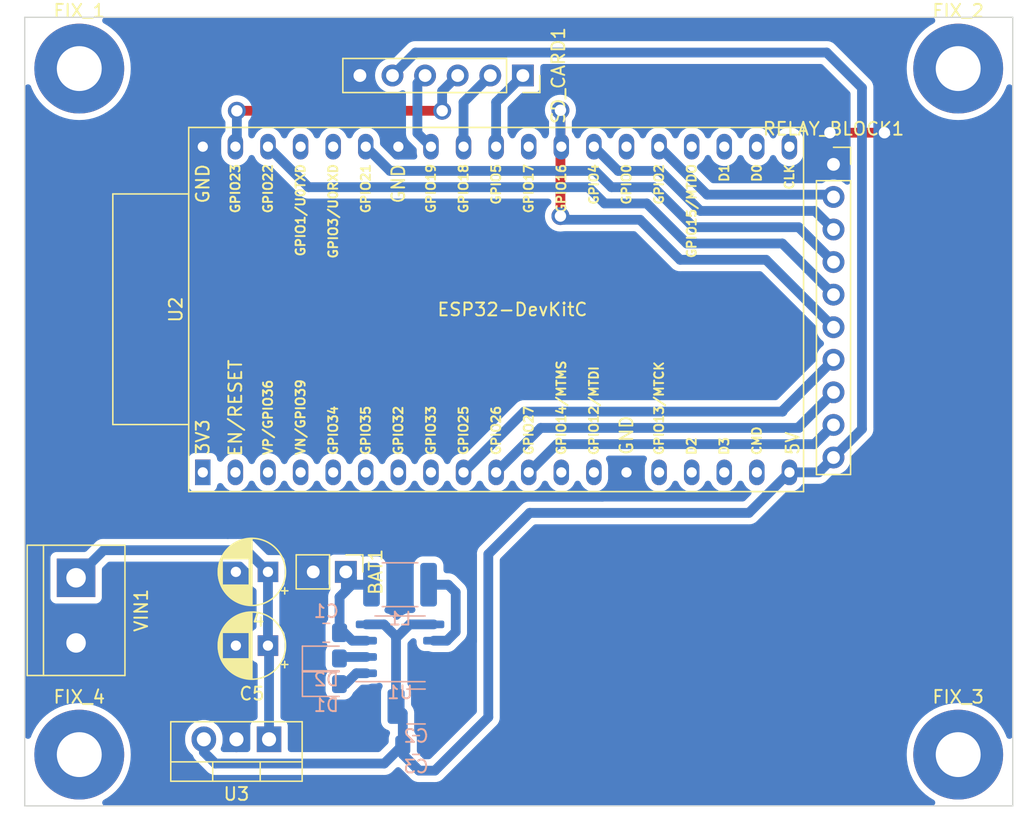
<source format=kicad_pcb>
(kicad_pcb (version 20221018) (generator pcbnew)
  (layers (0 "F.Cu" signal) (31 "B.Cu" signal) (34 "B.Paste" user) (35 "F.Paste" user) (36 "B.SilkS" user "B.Silkscreen") (37 "F.SilkS" user "F.Silkscreen") (38 "B.Mask" user) (39 "F.Mask" user) (44 "Edge.Cuts" user))
  (net 0 "")
  (net 1 "/supply/BAT+")
  (net 2 "GND")
  (net 3 "/esp32/+5")
  (net 4 "/supply/Vin")
  (net 5 "Net-(D1-A)")
  (net 6 "Net-(D2-A)")
  (net 7 "Net-(U1-LX)")
  (net 8 "/esp32/R1")
  (net 9 "/esp32/R2")
  (net 10 "/esp32/R3")
  (net 11 "/esp32/R4")
  (net 12 "/esp32/R5")
  (net 13 "/esp32/R6")
  (net 14 "/esp32/R7")
  (net 15 "/esp32/R8")
  (net 16 "/esp32/SS")
  (net 17 "/esp32/SCK")
  (net 18 "/esp32/MOSI")
  (net 19 "/esp32/MISO")
  (footprint "MountingHole:MountingHole_3.5mm_Pad" (layer "F.Cu") (at 165 142.5)
    (fp_text reference "FIX_3" (at 0 -4.5) (layer "F.SilkS"))
    (fp_text value "MountingHole")
    (pad "1" thru_hole circle (at 0 0) (size 7 7) (drill 3.5) (layers "*.Cu" "*.Mask"))
  )
  (footprint "TerminalBlock:TerminalBlock_bornier-2_P5.08mm" (layer "F.Cu") (at 96.25 128.71 -90)
    (fp_text reference "VIN1" (at 2.54 -5.08 90) (layer "F.SilkS"))
    (fp_text value "Conn_01x02")
    (pad "1" thru_hole rect (at 0 0 270) (size 3 3) (drill 1.52) (layers "*.Cu" "*.Mask") (net 4 "/supply/Vin"))
    (pad "2" thru_hole circle (at 5.08 0 270) (size 3 3) (drill 1.52) (layers "*.Cu" "*.Mask") (net 2 "GND"))
  )
  (footprint "PI:ESP32-DevKitC" (layer "F.Cu") (at 106.12828 120.49 90)
    (fp_text reference "U2" (at 12.7 -2.1 90) (layer "F.SilkS"))
    (fp_text value "ESP32-DevKitC" (at 12.7 24.13) (layer "F.SilkS"))
    (fp_text user "GPIO3/U0RXD" (at 24.13 10.16 90 unlocked) (layer "F.SilkS") (effects (font (size 0.7 0.7)) (justify right)))
    (fp_text user "GPIO27" (at 1.27 25.4 90 unlocked) (layer "F.SilkS") (effects (font (size 0.7 0.7)) (justify left)))
    (fp_text user "GND" (at 24.13 15.24 90 unlocked) (layer "F.SilkS") (effects (justify right)))
    (fp_text user "CLK" (at 24.13 45.72 90 unlocked) (layer "F.SilkS") (effects (font (size 0.7 0.7)) (justify right)))
    (fp_text user "D1" (at 24.13 40.64 90 unlocked) (layer "F.SilkS") (effects (font (size 0.7 0.7)) (justify right)))
    (fp_text user "GPIO1/U0TXD" (at 24.13 7.62 90 unlocked) (layer "F.SilkS") (effects (font (size 0.7 0.7)) (justify right)))
    (fp_text user "GPIO12/MTDI" (at 1.27 30.48 90 unlocked) (layer "F.SilkS") (effects (font (size 0.7 0.7)) (justify left)))
    (fp_text user "GPIO22" (at 24.13 5.08 90 unlocked) (layer "F.SilkS") (effects (font (size 0.7 0.7)) (justify right)))
    (fp_text user "GND" (at 1.27 33.02 90 unlocked) (layer "F.SilkS") (effects (justify left)))
    (fp_text user "GPIO21" (at 24.13 12.7 90 unlocked) (layer "F.SilkS") (effects (font (size 0.7 0.7)) (justify right)))
    (fp_text user "GPIO13/MTCK" (at 1.27 35.56 90 unlocked) (layer "F.SilkS") (effects (font (size 0.7 0.7)) (justify left)))
    (fp_text user "3V3" (at 1.27 0 90 unlocked) (layer "F.SilkS") (effects (justify left)))
    (fp_text user "GPIO0" (at 24.13 33.02 90 unlocked) (layer "F.SilkS") (effects (font (size 0.7 0.7)) (justify right)))
    (fp_text user "GPIO32" (at 1.27 15.24 90 unlocked) (layer "F.SilkS") (effects (font (size 0.7 0.7)) (justify left)))
    (fp_text user "GPIO17" (at 24.13 25.4 90 unlocked) (layer "F.SilkS") (effects (font (size 0.7 0.7)) (justify right)))
    (fp_text user "GPIO23" (at 24.13 2.54 90 unlocked) (layer "F.SilkS") (effects (font (size 0.7 0.7)) (justify right)))
    (fp_text user "GPIO35" (at 1.27 12.7 90 unlocked) (layer "F.SilkS") (effects (font (size 0.7 0.7)) (justify left)))
    (fp_text user "D3" (at 1.27 40.64 90 unlocked) (layer "F.SilkS") (effects (font (size 0.7 0.7)) (justify left)))
    (fp_text user "EN/RESET" (at 8.88632 2.53728 90 unlocked) (layer "F.SilkS") (effects (justify right)))
    (fp_text user "GPIO19" (at 24.13 17.78 90 unlocked) (layer "F.SilkS") (effects (font (size 0.7 0.7)) (justify right)))
    (fp_text user "GPIO33" (at 1.27 17.78 90 unlocked) (layer "F.SilkS") (effects (font (size 0.7 0.7)) (justify left)))
    (fp_text user "VP/GPIO36" (at 1.27 5.08 90 unlocked) (layer "F.SilkS") (effects (font (size 0.7 0.7)) (justify left)))
    (fp_text user "GND" (at 24.13 0 90 unlocked) (layer "F.SilkS") (effects (justify right)))
    (fp_text user "GPIO18" (at 24.13 20.32 90 unlocked) (layer "F.SilkS") (effects (font (size 0.7 0.7)) (justify right)))
    (fp_text user "GPIO2" (at 24.13 35.56 90 unlocked) (layer "F.SilkS") (effects (font (size 0.7 0.7)) (justify right)))
    (fp_text user "CMD" (at 1.27 43.18 90 unlocked) (layer "F.SilkS") (effects (font (size 0.7 0.7)) (justify left)))
    (fp_text user "GPIO5" (at 24.13 22.86 90 unlocked) (layer "F.SilkS") (effects (font (size 0.7 0.7)) (justify right)))
    (fp_text user "GPIO4" (at 24.13 30.48 90 unlocked) (layer "F.SilkS") (effects (font (size 0.7 0.7)) (justify right)))
    (fp_text user "5V" (at 1.26632 45.97128 90 unlocked) (layer "F.SilkS") (effects (justify left)))
    (fp_text user "D0" (at 24.13 43.18 90 unlocked) (layer "F.SilkS") (effects (font (size 0.7 0.7)) (justify right)))
    (fp_text user "GPIO25" (at 1.27 20.32 90 unlocked) (layer "F.SilkS") (effects (font (size 0.7 0.7)) (justify left)))
    (fp_text user "GPIO34" (at 1.27 10.16 90 unlocked) (layer "F.SilkS") (effects (font (size 0.7 0.7)) (justify left)))
    (fp_text user "D2" (at 1.27 38.1 90 unlocked) (layer "F.SilkS") (effects (font (size 0.7 0.7)) (justify left)))
    (fp_text user "VN/GPIO39" (at 1.27 7.62 90 unlocked) (layer "F.SilkS") (effects (font (size 0.7 0.7)) (justify left)))
    (fp_text user "GPIO14/MTMS" (at 1.27 27.94 90 unlocked) (layer "F.SilkS") (effects (font (size 0.7 0.7)) (justify left)))
    (fp_text user "GPIO15/MTDO" (at 24.13 38.1 90 unlocked) (layer "F.SilkS") (effects (font (size 0.7 0.7)) (justify right)))
    (fp_text user "GPIO16" (at 24.13 27.94 90 unlocked) (layer "F.SilkS") (effects (font (size 0.7 0.7)) (justify right)))
    (fp_text user "GPIO26" (at 1.27 22.86 90 unlocked) (layer "F.SilkS") (effects (font (size 0.7 0.7)) (justify left)))
    (pad "1" thru_hole rect (at 0 0) (size 1.2 2) (drill 0.8) (layers "*.Cu" "*.Mask"))
    (pad "2" thru_hole oval (at 0 2.54) (size 1.2 2) (drill 0.8) (layers "*.Cu" "*.Mask"))
    (pad "3" thru_hole oval (at 0 5.08) (size 1.2 2) (drill 0.8) (layers "*.Cu" "*.Mask"))
    (pad "4" thru_hole oval (at 0 7.62) (size 1.2 2) (drill 0.8) (layers "*.Cu" "*.Mask"))
    (pad "5" thru_hole oval (at 0 10.16) (size 1.2 2) (drill 0.8) (layers "*.Cu" "*.Mask"))
    (pad "6" thru_hole oval (at 0 12.7) (size 1.2 2) (drill 0.8) (layers "*.Cu" "*.Mask"))
    (pad "7" thru_hole oval (at 0 15.24) (size 1.2 2) (drill 0.8) (layers "*.Cu" "*.Mask"))
    (pad "8" thru_hole oval (at 0 17.78) (size 1.2 2) (drill 0.8) (layers "*.Cu" "*.Mask"))
    (pad "9" thru_hole oval (at 0 20.32) (size 1.2 2) (drill 0.8) (layers "*.Cu" "*.Mask") (net 13 "/esp32/R6"))
    (pad "10" thru_hole oval (at 0 22.86) (size 1.2 2) (drill 0.8) (layers "*.Cu" "*.Mask") (net 14 "/esp32/R7"))
    (pad "11" thru_hole oval (at 0 25.4) (size 1.2 2) (drill 0.8) (layers "*.Cu" "*.Mask") (net 15 "/esp32/R8"))
    (pad "12" thru_hole oval (at 0 27.94) (size 1.2 2) (drill 0.8) (layers "*.Cu" "*.Mask"))
    (pad "13" thru_hole oval (at 0 30.48) (size 1.2 2) (drill 0.8) (layers "*.Cu" "*.Mask"))
    (pad "14" thru_hole oval (at 0 33.02) (size 1.2 2) (drill 0.8) (layers "*.Cu" "*.Mask") (net 2 "GND"))
    (pad "15" thru_hole oval (at 0 35.56) (size 1.2 2) (drill 0.8) (layers "*.Cu" "*.Mask"))
    (pad "16" thru_hole oval (at 0 38.1) (size 1.2 2) (drill 0.8) (layers "*.Cu" "*.Mask"))
    (pad "17" thru_hole oval (at 0 40.64) (size 1.2 2) (drill 0.8) (layers "*.Cu" "*.Mask"))
    (pad "18" thru_hole oval (at 0 43.18) (size 1.2 2) (drill 0.8) (layers "*.Cu" "*.Mask"))
    (pad "19" thru_hole oval (at 0 45.72) (size 1.2 2) (drill 0.8) (layers "*.Cu" "*.Mask") (net 3 "/esp32/+5"))
    (pad "20" thru_hole oval (at 25.39632 45.71728) (size 1.2 2) (drill 0.8) (layers "*.Cu" "*.Mask"))
    (pad "21" thru_hole oval (at 25.39632 43.17728) (size 1.2 2) (drill 0.8) (layers "*.Cu" "*.Mask"))
    (pad "22" thru_hole oval (at 25.4 40.64) (size 1.2 2) (drill 0.8) (layers "*.Cu" "*.Mask"))
    (pad "23" thru_hole oval (at 25.4 38.1) (size 1.2 2) (drill 0.8) (layers "*.Cu" "*.Mask"))
    (pad "24" thru_hole oval (at 25.4 35.56) (size 1.2 2) (drill 0.8) (layers "*.Cu" "*.Mask") (net 8 "/esp32/R1"))
    (pad "25" thru_hole oval (at 25.4 33.02) (size 1.2 2) (drill 0.8) (layers "*.Cu" "*.Mask"))
    (pad "26" thru_hole oval (at 25.4 30.48) (size 1.2 2) (drill 0.8) (layers "*.Cu" "*.Mask") (net 9 "/esp32/R2"))
    (pad "27" thru_hole oval (at 25.4 27.94) (size 1.2 2) (drill 0.8) (layers "*.Cu" "*.Mask") (net 12 "/esp32/R5"))
    (pad "28" thru_hole oval (at 25.4 25.4) (size 1.2 2) (drill 0.8) (layers "*.Cu" "*.Mask"))
    (pad "29" thru_hole oval (at 25.4 22.86) (size 1.2 2) (drill 0.8) (layers "*.Cu" "*.Mask") (net 16 "/esp32/SS"))
    (pad "30" thru_hole oval (at 25.4 20.32) (size 1.2 2) (drill 0.8) (layers "*.Cu" "*.Mask") (net 17 "/esp32/SCK"))
    (pad "31" thru_hole oval (at 25.4 17.78) (size 1.2 2) (drill 0.8) (layers "*.Cu" "*.Mask") (net 19 "/esp32/MISO"))
    (pad "32" thru_hole oval (at 25.4 15.24) (size 1.2 2) (drill 0.8) (layers "*.Cu" "*.Mask") (net 2 "GND"))
    (pad "33" thru_hole oval (at 25.4 12.7) (size 1.2 2) (drill 0.8) (layers "*.Cu" "*.Mask") (net 10 "/esp32/R3"))
    (pad "34" thru_hole oval (at 25.4 10.16) (size 1.2 2) (drill 0.8) (layers "*.Cu" "*.Mask"))
    (pad "35" thru_hole oval (at 25.4 7.62) (size 1.2 2) (drill 0.8) (layers "*.Cu" "*.Mask"))
    (pad "36" thru_hole oval (at 25.4 5.08) (size 1.2 2) (drill 0.8) (layers "*.Cu" "*.Mask") (net 11 "/esp32/R4"))
    (pad "37" thru_hole oval (at 25.4 2.54) (size 1.2 2) (drill 0.8) (layers "*.Cu" "*.Mask") (net 18 "/esp32/MOSI"))
    (pad "38" thru_hole oval (at 25.4 0) (size 1.2 2) (drill 0.8) (layers "*.Cu" "*.Mask") (net 2 "GND"))
  )
  (footprint "Connector_PinHeader_2.54mm:PinHeader_1x02_P2.54mm_Vertical" (layer "F.Cu") (at 117.275 128.25 -90)
    (fp_text reference "BAT1" (at 0 -2.33 90) (layer "F.SilkS"))
    (fp_text value "Conn_01x02")
    (pad "1" thru_hole rect (at 0 0 270) (size 1.7 1.7) (drill 1) (layers "*.Cu" "*.Mask") (net 1 "/supply/BAT+"))
    (pad "2" thru_hole oval (at 0 2.54 270) (size 1.7 1.7) (drill 1) (layers "*.Cu" "*.Mask") (net 2 "GND"))
  )
  (footprint "Capacitor_THT:CP_Radial_D5.0mm_P2.50mm" (layer "F.Cu") (at 111.205113 134 180)
    (fp_text reference "C5" (at 1.25 -3.75) (layer "F.SilkS"))
    (fp_text value "1u")
    (pad "1" thru_hole rect (at 0 0 180) (size 1.6 1.6) (drill 0.8) (layers "*.Cu" "*.Mask") (net 4 "/supply/Vin"))
    (pad "2" thru_hole circle (at 2.5 0 180) (size 1.6 1.6) (drill 0.8) (layers "*.Cu" "*.Mask") (net 2 "GND"))
  )
  (footprint "Capacitor_THT:CP_Radial_D5.0mm_P2.50mm" (layer "F.Cu") (at 111.205113 128.25 180)
    (fp_text reference "C4" (at 1.25 -3.75) (layer "F.SilkS"))
    (fp_text value "10u")
    (pad "1" thru_hole rect (at 0 0 180) (size 1.6 1.6) (drill 0.8) (layers "*.Cu" "*.Mask") (net 4 "/supply/Vin"))
    (pad "2" thru_hole circle (at 2.5 0 180) (size 1.6 1.6) (drill 0.8) (layers "*.Cu" "*.Mask") (net 2 "GND"))
  )
  (footprint "MountingHole:MountingHole_3.5mm_Pad" (layer "F.Cu") (at 96.5 89)
    (fp_text reference "FIX_1" (at 0 -4.5) (layer "F.SilkS"))
    (fp_text value "MountingHole")
    (pad "1" thru_hole circle (at 0 0) (size 7 7) (drill 3.5) (layers "*.Cu" "*.Mask"))
  )
  (footprint "MountingHole:MountingHole_3.5mm_Pad" (layer "F.Cu") (at 96.5 142.5)
    (fp_text reference "FIX_4" (at 0 -4.5) (layer "F.SilkS"))
    (fp_text value "MountingHole")
    (pad "1" thru_hole circle (at 0 0) (size 7 7) (drill 3.5) (layers "*.Cu" "*.Mask"))
  )
  (footprint "MountingHole:MountingHole_3.5mm_Pad" (layer "F.Cu") (at 165 89)
    (fp_text reference "FIX_2" (at 0 -4.5) (layer "F.SilkS"))
    (fp_text value "MountingHole")
    (pad "1" thru_hole circle (at 0 0) (size 7 7) (drill 3.5) (layers "*.Cu" "*.Mask"))
  )
  (footprint "Connector_PinSocket_2.54mm:PinSocket_1x10_P2.54mm_Vertical" (layer "F.Cu") (at 155.28172 96.47)
    (fp_text reference "RELAY_BLOCK1" (at 0 -2.77) (layer "F.SilkS"))
    (fp_text value "Conn_01x10")
    (pad "1" thru_hole rect (at 0 0) (size 1.7 1.7) (drill 1) (layers "*.Cu" "*.Mask") (net 2 "GND"))
    (pad "2" thru_hole oval (at 0 2.54) (size 1.7 1.7) (drill 1) (layers "*.Cu" "*.Mask") (net 8 "/esp32/R1"))
    (pad "3" thru_hole oval (at 0 5.08) (size 1.7 1.7) (drill 1) (layers "*.Cu" "*.Mask") (net 9 "/esp32/R2"))
    (pad "4" thru_hole oval (at 0 7.62) (size 1.7 1.7) (drill 1) (layers "*.Cu" "*.Mask") (net 10 "/esp32/R3"))
    (pad "5" thru_hole oval (at 0 10.16) (size 1.7 1.7) (drill 1) (layers "*.Cu" "*.Mask") (net 11 "/esp32/R4"))
    (pad "6" thru_hole oval (at 0 12.7) (size 1.7 1.7) (drill 1) (layers "*.Cu" "*.Mask") (net 12 "/esp32/R5"))
    (pad "7" thru_hole oval (at 0 15.24) (size 1.7 1.7) (drill 1) (layers "*.Cu" "*.Mask") (net 13 "/esp32/R6"))
    (pad "8" thru_hole oval (at 0 17.78) (size 1.7 1.7) (drill 1) (layers "*.Cu" "*.Mask") (net 14 "/esp32/R7"))
    (pad "9" thru_hole oval (at 0 20.32) (size 1.7 1.7) (drill 1) (layers "*.Cu" "*.Mask") (net 15 "/esp32/R8"))
    (pad "10" thru_hole oval (at 0 22.86) (size 1.7 1.7) (drill 1) (layers "*.Cu" "*.Mask") (net 3 "/esp32/+5"))
  )
  (footprint "Package_TO_SOT_THT:TO-220-3_Vertical" (layer "F.Cu") (at 111.29 141.305 180)
    (fp_text reference "U3" (at 2.54 -4.27) (layer "F.SilkS"))
    (fp_text value "L7805")
    (pad "1" thru_hole rect (at 0 0 180) (size 1.905 2) (drill 1.1) (layers "*.Cu" "*.Mask") (net 4 "/supply/Vin"))
    (pad "2" thru_hole oval (at 2.54 0 180) (size 1.905 2) (drill 1.1) (layers "*.Cu" "*.Mask") (net 2 "GND"))
    (pad "3" thru_hole oval (at 5.08 0 180) (size 1.905 2) (drill 1.1) (layers "*.Cu" "*.Mask") (net 3 "/esp32/+5"))
  )
  (footprint "Connector_PinSocket_2.54mm:PinSocket_1x06_P2.54mm_Vertical" (layer "F.Cu") (at 131.07172 89.54 -90)
    (fp_text reference "SD_CARD1" (at 0 -2.77 90) (layer "F.SilkS"))
    (fp_text value "Conn_01x06")
    (pad "1" thru_hole rect (at 0 0 270) (size 1.7 1.7) (drill 1) (layers "*.Cu" "*.Mask") (net 16 "/esp32/SS"))
    (pad "2" thru_hole oval (at 0 2.54 270) (size 1.7 1.7) (drill 1) (layers "*.Cu" "*.Mask") (net 17 "/esp32/SCK"))
    (pad "3" thru_hole oval (at 0 5.08 270) (size 1.7 1.7) (drill 1) (layers "*.Cu" "*.Mask") (net 18 "/esp32/MOSI"))
    (pad "4" thru_hole oval (at 0 7.62 270) (size 1.7 1.7) (drill 1) (layers "*.Cu" "*.Mask") (net 19 "/esp32/MISO"))
    (pad "5" thru_hole oval (at 0 10.16 270) (size 1.7 1.7) (drill 1) (layers "*.Cu" "*.Mask") (net 3 "/esp32/+5"))
    (pad "6" thru_hole oval (at 0 12.7 270) (size 1.7 1.7) (drill 1) (layers "*.Cu" "*.Mask") (net 2 "GND"))
  )
  (footprint "Diode_SMD:D_0805_2012Metric_Pad1.15x1.40mm_HandSolder" (layer "B.Cu") (at 115.75 135)
    (fp_text reference "D2" (at 0 1.65) (layer "B.SilkS") (effects (justify mirror)))
    (fp_text value "LED_Small")
    (pad "1" smd roundrect (at -1.025 0) (size 1.15 1.4) (layers "B.Cu" "B.Paste" "B.Mask") (roundrect_rratio 0.217391) (net 2 "GND"))
    (pad "2" smd roundrect (at 1.025 0) (size 1.15 1.4) (layers "B.Cu" "B.Paste" "B.Mask") (roundrect_rratio 0.217391) (net 6 "Net-(D2-A)"))
  )
  (footprint "Inductor_SMD:L_1812_4532Metric_Pad1.30x3.40mm_HandSolder" (layer "B.Cu") (at 121.5 129.25)
    (fp_text reference "L1" (at 0 2.65) (layer "B.SilkS") (effects (justify mirror)))
    (fp_text value "L_Small")
    (pad "1" smd roundrect (at -2.225 0) (size 1.3 3.4) (layers "B.Cu" "B.Paste" "B.Mask") (roundrect_rratio 0.192308) (net 1 "/supply/BAT+"))
    (pad "2" smd roundrect (at 2.225 0) (size 1.3 3.4) (layers "B.Cu" "B.Paste" "B.Mask") (roundrect_rratio 0.192308) (net 7 "Net-(U1-LX)"))
  )
  (footprint "Package_SO:SOP-8_3.9x4.9mm_P1.27mm" (layer "B.Cu") (at 121.5 134.25)
    (fp_text reference "U1" (at 0 3.4) (layer "B.SilkS") (effects (justify mirror)))
    (fp_text value "HT4928S")
    (pad "1" smd roundrect (at -2.625 1.905) (size 1.65 0.6) (layers "B.Cu" "B.Paste" "B.Mask") (net 5 "Net-(D1-A)"))
    (pad "2" smd roundrect (at -2.625 0.635) (size 1.65 0.6) (layers "B.Cu" "B.Paste" "B.Mask") (net 6 "Net-(D2-A)"))
    (pad "3" smd roundrect (at -2.625 -0.635) (size 1.65 0.6) (layers "B.Cu" "B.Paste" "B.Mask") (net 1 "/supply/BAT+"))
    (pad "4" smd roundrect (at -2.625 -1.905) (size 1.65 0.6) (layers "B.Cu" "B.Paste" "B.Mask") (net 3 "/esp32/+5"))
    (pad "5" smd roundrect (at 2.625 -1.905) (size 1.65 0.6) (layers "B.Cu" "B.Paste" "B.Mask") (net 3 "/esp32/+5"))
    (pad "6" smd roundrect (at 2.625 -0.635) (size 1.65 0.6) (layers "B.Cu" "B.Paste" "B.Mask") (net 7 "Net-(U1-LX)"))
    (pad "7" smd roundrect (at 2.625 0.635) (size 1.65 0.6) (layers "B.Cu" "B.Paste" "B.Mask") (net 2 "GND"))
    (pad "8" smd roundrect (at 2.625 1.905) (size 1.65 0.6) (layers "B.Cu" "B.Paste" "B.Mask") (net 2 "GND"))
  )
  (footprint "Capacitor_SMD:C_0805_2012Metric_Pad1.18x1.45mm_HandSolder" (layer "B.Cu") (at 115.75 133 180)
    (fp_text reference "C1" (at 0 1.68) (layer "B.SilkS") (effects (justify mirror)))
    (fp_text value "10u")
    (pad "1" smd roundrect (at -1.0375 0 180) (size 1.175 1.45) (layers "B.Cu" "B.Paste" "B.Mask") (roundrect_rratio 0.212766) (net 1 "/supply/BAT+"))
    (pad "2" smd roundrect (at 1.0375 0 180) (size 1.175 1.45) (layers "B.Cu" "B.Paste" "B.Mask") (roundrect_rratio 0.212766) (net 2 "GND"))
  )
  (footprint "Capacitor_SMD:C_0805_2012Metric_Pad1.18x1.45mm_HandSolder" (layer "B.Cu") (at 122.75 141.75)
    (fp_text reference "C3" (at 0 1.68) (layer "B.SilkS") (effects (justify mirror)))
    (fp_text value "100n")
    (pad "1" smd roundrect (at -1.0375 0) (size 1.175 1.45) (layers "B.Cu" "B.Paste" "B.Mask") (roundrect_rratio 0.212766) (net 3 "/esp32/+5"))
    (pad "2" smd roundrect (at 1.0375 0) (size 1.175 1.45) (layers "B.Cu" "B.Paste" "B.Mask") (roundrect_rratio 0.212766) (net 2 "GND"))
  )
  (footprint "Diode_SMD:D_0805_2012Metric_Pad1.15x1.40mm_HandSolder" (layer "B.Cu") (at 115.75 137)
    (fp_text reference "D1" (at 0 1.65) (layer "B.SilkS") (effects (justify mirror)))
    (fp_text value "LED_Small")
    (pad "1" smd roundrect (at -1.025 0) (size 1.15 1.4) (layers "B.Cu" "B.Paste" "B.Mask") (roundrect_rratio 0.217391) (net 2 "GND"))
    (pad "2" smd roundrect (at 1.025 0) (size 1.15 1.4) (layers "B.Cu" "B.Paste" "B.Mask") (roundrect_rratio 0.217391) (net 5 "Net-(D1-A)"))
  )
  (footprint "Capacitor_SMD:C_1210_3225Metric_Pad1.33x2.70mm_HandSolder" (layer "B.Cu") (at 122.75 138.75)
    (fp_text reference "C2" (at 0 2.3) (layer "B.SilkS") (effects (justify mirror)))
    (fp_text value "22u")
    (pad "1" smd roundrect (at -1.5625 0) (size 1.325 2.7) (layers "B.Cu" "B.Paste" "B.Mask") (roundrect_rratio 0.188679) (net 3 "/esp32/+5"))
    (pad "2" smd roundrect (at 1.5625 0) (size 1.325 2.7) (layers "B.Cu" "B.Paste" "B.Mask") (roundrect_rratio 0.188679) (net 2 "GND"))
  )
  (gr_line (start 169.25 146.5) (end 169.25 85) (stroke (width 0.1)) (layer "Edge.Cuts"))
  (gr_line (start 92.25 146.5) (end 169.25 146.5) (stroke (width 0.1)) (layer "Edge.Cuts"))
  (gr_line (start 92.25 85) (end 92.25 146.5) (stroke (width 0.1)) (layer "Edge.Cuts"))
  (gr_line (start 169.25 85) (end 92.25 85) (stroke (width 0.1)) (layer "Edge.Cuts"))
  (segment (start 117.775792 133.615) (end 117.160792 133) (width 0.762) (layer "B.Cu") (net 1))
  (segment (start 117.75 129.25) (end 117.75 128.725) (width 0.762) (layer "B.Cu") (net 1))
  (segment (start 117.75 128.725) (end 117.275 128.25) (width 0.762) (layer "B.Cu") (net 1))
  (segment (start 117.75 129.25) (end 119.275 129.25) (width 0.762) (layer "B.Cu") (net 1))
  (segment (start 116.7875 130.2125) (end 117.275 129.725) (width 0.762) (layer "B.Cu") (net 1))
  (segment (start 117.275 129.725) (end 117.275 128.25) (width 0.762) (layer "B.Cu") (net 1))
  (segment (start 116.7875 130.2125) (end 117.75 129.25) (width 0.762) (layer "B.Cu") (net 1))
  (segment (start 118.875 133.615) (end 117.775792 133.615) (width 0.762) (layer "B.Cu") (net 1))
  (segment (start 117.160792 133) (end 116.7875 133) (width 0.762) (layer "B.Cu") (net 1))
  (segment (start 116.7875 133) (end 116.7875 130.2125) (width 0.762) (layer "B.Cu") (net 1))
  (segment (start 155 94) (end 159.25 94) (width 0.762) (layer "F.Cu") (net 2))
  (via (at 159.25 94) (size 1.397) (drill 0.889) (layers "F.Cu" "B.Cu") (net 2))
  (via (at 155 94) (size 1.397) (drill 0.889) (layers "F.Cu" "B.Cu") (net 2))
  (segment (start 124.125 134.885) (end 124.125 138.5625) (width 0.762) (layer "B.Cu") (net 2))
  (segment (start 114.725 137) (end 114.725 135) (width 0.762) (layer "B.Cu") (net 2))
  (segment (start 96.25 133.79) (end 93.861 131.401) (width 0.762) (layer "B.Cu") (net 2))
  (segment (start 115.639656 126.5) (end 126.625 126.5) (width 0.762) (layer "B.Cu") (net 2))
  (segment (start 109.286655 89.54) (end 104.63928 94.187375) (width 0.762) (layer "B.Cu") (net 2))
  (segment (start 114.725 137) (end 114.725 137.335792) (width 0.762) (layer "B.Cu") (net 2))
  (segment (start 105.160042 122.379) (end 105.121 122.379) (width 0.762) (layer "B.Cu") (net 2))
  (segment (start 114.735 128.25) (end 114.735 127.404656) (width 0.762) (layer "B.Cu") (net 2))
  (segment (start 105.160042 122.379) (end 108.072042 125.291) (width 0.762) (layer "B.Cu") (net 2))
  (segment (start 108.455113 133.75) (end 108.705113 134) (width 0.762) (layer "B.Cu") (net 2))
  (segment (start 108.75 141.305) (end 108.75 140.30867) (width 0.762) (layer "B.Cu") (net 2))
  (segment (start 114.7125 134.9875) (end 114.725 135) (width 0.762) (layer "B.Cu") (net 2))
  (segment (start 95.209 125.291) (end 108.072042 125.291) (width 0.762) (layer "B.Cu") (net 2))
  (segment (start 124.125 138.5625) (end 124.3125 138.75) (width 0.762) (layer "B.Cu") (net 2))
  (segment (start 104.63928 94.187375) (end 104.63928 121.858238) (width 0.762) (layer "B.Cu") (net 2))
  (segment (start 137.25928 122.379) (end 139.14828 120.49) (width 0.762) (layer "B.Cu") (net 2))
  (segment (start 114.7125 128.2725) (end 114.735 128.25) (width 0.762) (layer "B.Cu") (net 2))
  (segment (start 127.109 133.641) (end 125.865 134.885) (width 0.762) (layer "B.Cu") (net 2))
  (segment (start 155.28172 96.47) (end 155.28172 94.28172) (width 0.762) (layer "B.Cu") (net 2))
  (segment (start 123.7875 141.75) (end 123.7875 139.275) (width 0.762) (layer "B.Cu") (net 2))
  (segment (start 125.865 134.885) (end 124.125 134.885) (width 0.762) (layer "B.Cu") (net 2))
  (segment (start 93.861 131.401) (end 93.861 126.639) (width 0.762) (layer "B.Cu") (net 2))
  (segment (start 126.953949 126.5) (end 131.074949 122.379) (width 0.762) (layer "B.Cu") (net 2))
  (segment (start 108.072042 125.291) (end 114.348656 125.291) (width 0.762) (layer "B.Cu") (net 2))
  (segment (start 155.28172 94.28172) (end 155 94) (width 0.762) (layer "B.Cu") (net 2))
  (segment (start 105.225655 94.187375) (end 104.63928 94.187375) (width 0.762) (layer "B.Cu") (net 2))
  (segment (start 114.735 127.404656) (end 115.639656 126.5) (width 0.762) (layer "B.Cu") (net 2))
  (segment (start 104.63928 121.858238) (end 105.160042 122.379) (width 0.762) (layer "B.Cu") (net 2))
  (segment (start 108.705113 134) (end 108.705113 128.25) (width 0.762) (layer "B.Cu") (net 2))
  (segment (start 126.625 126.5) (end 127.109 126.984) (width 0.762) (layer "B.Cu") (net 2))
  (segment (start 106.12828 95.09) (end 105.225655 94.187375) (width 0.762) (layer "B.Cu") (net 2))
  (segment (start 114.348656 125.291) (end 114.389656 125.25) (width 0.762) (layer "B.Cu") (net 2))
  (segment (start 108.495113 133.79) (end 108.705113 134) (width 0.762) (layer "B.Cu") (net 2))
  (segment (start 114.7125 133) (end 114.7125 128.2725) (width 0.762) (layer "B.Cu") (net 2))
  (segment (start 131.074949 122.379) (end 137.25928 122.379) (width 0.762) (layer "B.Cu") (net 2))
  (segment (start 108.705113 134) (end 108.705113 141.260113) (width 0.762) (layer "B.Cu") (net 2))
  (segment (start 118.37172 89.54) (end 109.286655 89.54) (width 0.762) (layer "B.Cu") (net 2))
  (segment (start 108.705113 141.260113) (end 108.75 141.305) (width 0.762) (layer "B.Cu") (net 2))
  (segment (start 115.639656 126.5) (end 126.953949 126.5) (width 0.762) (layer "B.Cu") (net 2))
  (segment (start 123.7875 139.275) (end 124.3125 138.75) (width 0.762) (layer "B.Cu") (net 2))
  (segment (start 114.389656 125.25) (end 115.639656 126.5) (width 0.762) (layer "B.Cu") (net 2))
  (segment (start 127.109 126.984) (end 127.109 133.641) (width 0.762) (layer "B.Cu") (net 2))
  (segment (start 96.25 133.79) (end 108.495113 133.79) (width 0.762) (layer "B.Cu") (net 2))
  (segment (start 114.7125 133) (end 114.7125 134.9875) (width 0.762) (layer "B.Cu") (net 2))
  (segment (start 93.861 126.639) (end 95.209 125.291) (width 0.762) (layer "B.Cu") (net 2))
  (segment (start 107.10267 143.194) (end 120.2685 143.194) (width 0.762) (layer "B.Cu") (net 3))
  (segment (start 121.1875 133.4075) (end 121.1875 133.2825) (width 0.762) (layer "B.Cu") (net 3))
  (segment (start 121.7125 141.75) (end 121.7125 142.475) (width 0.762) (layer "B.Cu") (net 3))
  (segment (start 121.1875 138.75) (end 121.1875 133.4075) (width 0.762) (layer "B.Cu") (net 3))
  (segment (start 121.7125 139.275) (end 121.1875 138.75) (width 0.762) (layer "B.Cu") (net 3))
  (segment (start 154.12172 120.49) (end 155.28172 119.33) (width 0.762) (layer "B.Cu") (net 3))
  (segment (start 157.5 117.11172) (end 157.5 90.5) (width 0.762) (layer "B.Cu") (net 3))
  (segment (start 121.7125 141.75) (end 121.7125 139.275) (width 0.762) (layer "B.Cu") (net 3))
  (segment (start 121.1875 133.4075) (end 122.25 132.345) (width 0.762) (layer "B.Cu") (net 3))
  (segment (start 157.5 90.5) (end 154.75 87.75) (width 0.762) (layer "B.Cu") (net 3))
  (segment (start 151.84828 120.49) (end 154.12172 120.49) (width 0.762) (layer "B.Cu") (net 3))
  (segment (start 118.875 132.345) (end 120.25 132.345) (width 0.762) (layer "B.Cu") (net 3))
  (segment (start 154.75 87.75) (end 122.70172 87.75) (width 0.762) (layer "B.Cu") (net 3))
  (segment (start 121.1875 133.2825) (end 120.25 132.345) (width 0.762) (layer "B.Cu") (net 3))
  (segment (start 155.28172 119.33) (end 157.5 117.11172) (width 0.762) (layer "B.Cu") (net 3))
  (segment (start 148.68928 123.649) (end 151.84828 120.49) (width 0.762) (layer "B.Cu") (net 3))
  (segment (start 122.70172 87.75) (end 120.91172 89.54) (width 0.762) (layer "B.Cu") (net 3))
  (segment (start 122.9875 143.75) (end 124.210792 143.75) (width 0.762) (layer "B.Cu") (net 3))
  (segment (start 131.601 123.649) (end 148.68928 123.649) (width 0.762) (layer "B.Cu") (net 3))
  (segment (start 106.21 142.30133) (end 107.10267 143.194) (width 0.762) (layer "B.Cu") (net 3))
  (segment (start 122.25 132.345) (end 124.125 132.345) (width 0.762) (layer "B.Cu") (net 3))
  (segment (start 120.2685 143.194) (end 121.7125 141.75) (width 0.762) (layer "B.Cu") (net 3))
  (segment (start 128.379 126.871) (end 131.601 123.649) (width 0.762) (layer "B.Cu") (net 3))
  (segment (start 124.210792 143.75) (end 128.379 139.581792) (width 0.762) (layer "B.Cu") (net 3))
  (segment (start 121.7125 142.475) (end 122.9875 143.75) (width 0.762) (layer "B.Cu") (net 3))
  (segment (start 128.379 139.581792) (end 128.379 126.871) (width 0.762) (layer "B.Cu") (net 3))
  (segment (start 106.21 141.305) (end 106.21 142.30133) (width 0.762) (layer "B.Cu") (net 3))
  (segment (start 111.29 141.305) (end 111.29 134.084887) (width 0.762) (layer "B.Cu") (net 4))
  (segment (start 109.516113 126.561) (end 111.205113 128.25) (width 0.762) (layer "B.Cu") (net 4))
  (segment (start 111.205113 128.25) (end 111.205113 134) (width 0.762) (layer "B.Cu") (net 4))
  (segment (start 98.399 126.561) (end 109.516113 126.561) (width 0.762) (layer "B.Cu") (net 4))
  (segment (start 96.25 128.71) (end 98.399 126.561) (width 0.762) (layer "B.Cu") (net 4))
  (segment (start 111.29 134.084887) (end 111.205113 134) (width 0.762) (layer "B.Cu") (net 4))
  (segment (start 117.25 137) (end 116.775 137) (width 0.762) (layer "B.Cu") (net 5))
  (segment (start 118.875 136.155) (end 118.095 136.155) (width 0.762) (layer "B.Cu") (net 5))
  (segment (start 118.095 136.155) (end 117.25 137) (width 0.762) (layer "B.Cu") (net 5))
  (segment (start 116.775 135) (end 116.89 134.885) (width 0.762) (layer "B.Cu") (net 6))
  (segment (start 116.89 134.885) (end 118.875 134.885) (width 0.762) (layer "B.Cu") (net 6))
  (segment (start 125.14937 133.615) (end 125.839 132.92537) (width 0.762) (layer "B.Cu") (net 7))
  (segment (start 124.125 133.615) (end 125.14937 133.615) (width 0.762) (layer "B.Cu") (net 7))
  (segment (start 125.25 129.25) (end 123.725 129.25) (width 0.762) (layer "B.Cu") (net 7))
  (segment (start 125.839 132.92537) (end 125.839 129.839) (width 0.762) (layer "B.Cu") (net 7))
  (segment (start 125.839 129.839) (end 125.25 129.25) (width 0.762) (layer "B.Cu") (net 7))
  (segment (start 145.42828 98.83) (end 141.68828 95.09) (width 0.762) (layer "B.Cu") (net 8))
  (segment (start 145.42828 98.83) (end 155.10172 98.83) (width 0.762) (layer "B.Cu") (net 8))
  (segment (start 155.10172 98.83) (end 155.28172 99.01) (width 0.762) (layer "B.Cu") (net 8))
  (segment (start 144.902228 100.1) (end 153.83172 100.1) (width 0.762) (layer "B.Cu") (net 9))
  (segment (start 144.902228 100.1) (end 141.781228 96.979) (width 0.762) (layer "B.Cu") (net 9))
  (segment (start 138.49728 96.979) (end 136.60828 95.09) (width 0.762) (layer "B.Cu") (net 9))
  (segment (start 153.83172 100.1) (end 155.28172 101.55) (width 0.762) (layer "B.Cu") (net 9))
  (segment (start 141.781228 96.979) (end 138.49728 96.979) (width 0.762) (layer "B.Cu") (net 9))
  (segment (start 144.376176 101.37) (end 152.56172 101.37) (width 0.762) (layer "B.Cu") (net 10))
  (segment (start 120.71728 96.979) (end 118.82828 95.09) (width 0.762) (layer "B.Cu") (net 10))
  (segment (start 144.376176 101.37) (end 141.255176 98.249) (width 0.762) (layer "B.Cu") (net 10))
  (segment (start 136.701228 96.979) (end 120.71728 96.979) (width 0.762) (layer "B.Cu") (net 10))
  (segment (start 141.255176 98.249) (end 137.971228 98.249) (width 0.762) (layer "B.Cu") (net 10))
  (segment (start 152.56172 101.37) (end 155.28172 104.09) (width 0.762) (layer "B.Cu") (net 10))
  (segment (start 137.971228 98.249) (end 136.701228 96.979) (width 0.762) (layer "B.Cu") (net 10))
  (segment (start 111.20828 95.09) (end 114.36728 98.249) (width 0.762) (layer "B.Cu") (net 11))
  (segment (start 137.445176 99.519) (end 140.729124 99.519) (width 0.762) (layer "B.Cu") (net 11))
  (segment (start 143.850125 102.64) (end 151.29172 102.64) (width 0.762) (layer "B.Cu") (net 11))
  (segment (start 140.729124 99.519) (end 143.850125 102.64) (width 0.762) (layer "B.Cu") (net 11))
  (segment (start 136.175176 98.249) (end 137.445176 99.519) (width 0.762) (layer "B.Cu") (net 11))
  (segment (start 151.29172 102.64) (end 155.28172 106.63) (width 0.762) (layer "B.Cu") (net 11))
  (segment (start 114.36728 98.249) (end 136.175176 98.249) (width 0.762) (layer "B.Cu") (net 11))
  (segment (start 134 100.5) (end 134 92.25) (width 0.762) (layer "F.Cu") (net 12))
  (via (at 134 92.25) (size 1.397) (drill 0.889) (layers "F.Cu" "B.Cu") (net 12))
  (via (at 134 100.5) (size 1.397) (drill 0.889) (layers "F.Cu" "B.Cu") (net 12))
  (segment (start 134.289 100.789) (end 134 100.5) (width 0.762) (layer "B.Cu") (net 12))
  (segment (start 150.02172 103.91) (end 143.324074 103.91) (width 0.762) (layer "B.Cu") (net 12))
  (segment (start 155.28172 109.17) (end 150.02172 103.91) (width 0.762) (layer "B.Cu") (net 12))
  (segment (start 134 95.02172) (end 134.06828 95.09) (width 0.762) (layer "B.Cu") (net 12))
  (segment (start 143.324074 103.91) (end 140.203073 100.789) (width 0.762) (layer "B.Cu") (net 12))
  (segment (start 140.203073 100.789) (end 134.289 100.789) (width 0.762) (layer "B.Cu") (net 12))
  (segment (start 134 92.25) (end 134 95.02172) (width 0.762) (layer "B.Cu") (net 12))
  (segment (start 151.31172 115.75) (end 151.31172 115.68) (width 0.762) (layer "B.Cu") (net 13))
  (segment (start 131.18828 115.75) (end 126.44828 120.49) (width 0.762) (layer "B.Cu") (net 13))
  (segment (start 151.31172 115.68) (end 155.28172 111.71) (width 0.762) (layer "B.Cu") (net 13))
  (segment (start 151.31172 115.75) (end 131.18828 115.75) (width 0.762) (layer "B.Cu") (net 13))
  (segment (start 152.58172 117.02) (end 152.58172 116.95) (width 0.762) (layer "B.Cu") (net 14))
  (segment (start 152.58172 116.95) (end 155.28172 114.25) (width 0.762) (layer "B.Cu") (net 14))
  (segment (start 128.98828 120.49) (end 132.45828 117.02) (width 0.762) (layer "B.Cu") (net 14))
  (segment (start 132.45828 117.02) (end 152.58172 117.02) (width 0.762) (layer "B.Cu") (net 14))
  (segment (start 131.52828 120.49) (end 133.72828 118.29) (width 0.762) (layer "B.Cu") (net 15))
  (segment (start 153.78172 118.29) (end 155.28172 116.79) (width 0.762) (layer "B.Cu") (net 15))
  (segment (start 133.72828 118.29) (end 153.78172 118.29) (width 0.762) (layer "B.Cu") (net 15))
  (segment (start 128.98828 95.09) (end 128.98828 91.62344) (width 0.762) (layer "B.Cu") (net 16))
  (segment (start 128.98828 91.62344) (end 131.07172 89.54) (width 0.762) (layer "B.Cu") (net 16))
  (segment (start 126.44828 91.62344) (end 128.53172 89.54) (width 0.762) (layer "B.Cu") (net 17))
  (segment (start 126.44828 95.09) (end 126.44828 91.62344) (width 0.762) (layer "B.Cu") (net 17))
  (segment (start 124.78172 92.29) (end 108.78172 92.29) (width 0.762) (layer "F.Cu") (net 18))
  (via (at 124.78172 92.29) (size 1.397) (drill 0.889) (layers "F.Cu" "B.Cu") (net 18))
  (via (at 108.78172 92.29) (size 1.397) (drill 0.889) (layers "F.Cu" "B.Cu") (net 18))
  (segment (start 108.78172 92.29) (end 108.78172 94.97656) (width 0.762) (layer "B.Cu") (net 18))
  (segment (start 108.78172 94.97656) (end 108.66828 95.09) (width 0.762) (layer "B.Cu") (net 18))
  (segment (start 124.78172 90.75) (end 124.78172 92.29) (width 0.762) (layer "B.Cu") (net 18))
  (segment (start 125.99172 89.54) (end 124.78172 90.75) (width 0.762) (layer "B.Cu") (net 18))
  (segment (start 108.66828 95.18344) (end 108.66828 95.09) (width 0.762) (layer "B.Cu") (net 18))
  (segment (start 123.45172 89.54) (end 122.853152 90.138568) (width 0.762) (layer "B.Cu") (net 19))
  (segment (start 122.853152 90.138568) (end 122.853152 94.034872) (width 0.762) (layer "B.Cu") (net 19))
  (segment (start 122.853152 94.034872) (end 123.90828 95.09) (width 0.762) (layer "B.Cu") (net 19))
  (zone (net 2) (net_name "GND") (layer "B.Cu") (connect_pads yes (clearance 0.508)) (min_thickness 0.508) (fill yes (thermal_gap 0.5) (thermal_bridge_width 0.6))
    (polygon (pts (xy 92.25 85) (xy 169.25 85) (xy 169.25 146.5) (xy 92.25 146.5)))
  )
)
</source>
